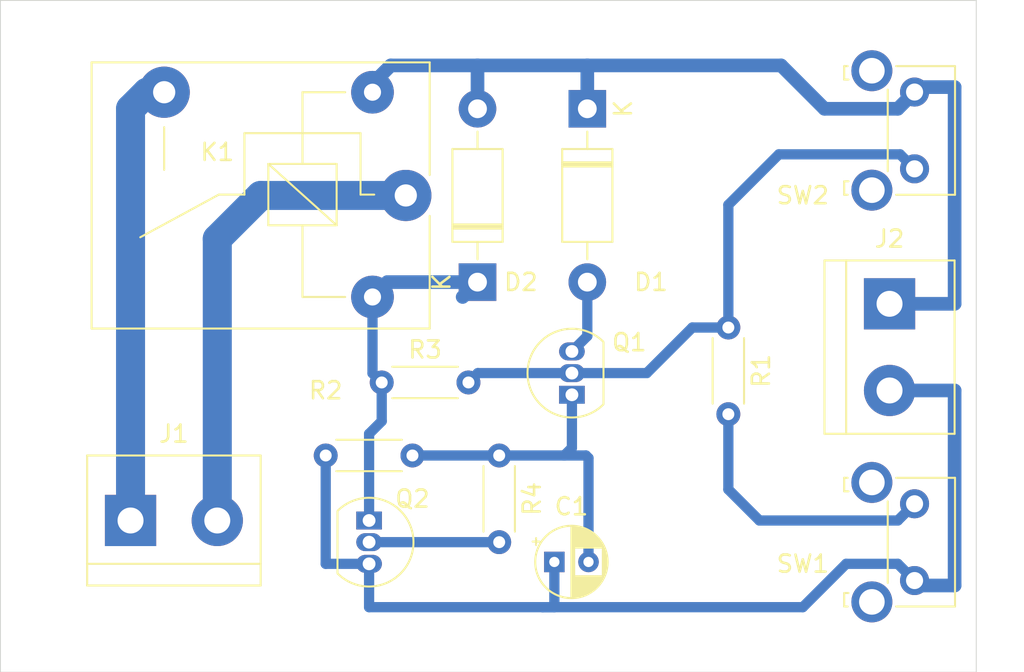
<source format=kicad_pcb>
(kicad_pcb (version 20211014) (generator pcbnew)
  (layers (0 "F.Cu" signal) (31 "B.Cu" signal) (34 "B.Paste" user) (35 "F.Paste" user) (36 "B.SilkS" user "B.Silkscreen") (37 "F.SilkS" user "F.Silkscreen") (38 "B.Mask" user) (39 "F.Mask" user) (44 "Edge.Cuts" user))
  (net 0 "")
  (net 1 "+9V")
  (net 2 "Net-(C1-Pad2)")
  (net 3 "GND")
  (net 4 "Net-(D1-Pad2)")
  (net 5 "Net-(D2-Pad1)")
  (net 6 "Net-(J1-Pad1)")
  (net 7 "Net-(J1-Pad2)")
  (net 8 "Net-(Q1-Pad2)")
  (net 9 "Net-(Q2-Pad2)")
  (net 10 "Net-(R1-Pad2)")
  (footprint "Resistor_THT:R_Axial_DIN0204_L3.6mm_D1.6mm_P5.08mm_Horizontal" (layer "F.Cu") (at 125.73 97.79 180)
    (fp_text reference "R2" (at 5.08 3.81) (layer "F.SilkS"))
    (fp_text value "10k")
    (fp_line (start 0.62 -0.92) (end 4.46 -0.92) (layer "F.SilkS") (width 0.12))
    (fp_line (start 0.62 0.92) (end 4.46 0.92) (layer "F.SilkS") (width 0.12))
    (pad "1" thru_hole circle (at 0 0 180) (size 1.4 1.4) (drill 0.7) (layers *.Cu *.Mask) (net 2 "Net-(C1-Pad2)"))
    (pad "2" thru_hole oval (at 5.08 0 180) (size 1.4 1.4) (drill 0.7) (layers *.Cu *.Mask) (net 1 "+9V"))
  )
  (footprint "Diode_THT:D_DO-41_SOD81_P10.16mm_Horizontal" (layer "F.Cu") (at 129.54 87.63 90)
    (fp_text reference "D2" (at 0 2.54 180) (layer "F.SilkS"))
    (fp_text value "1N4001")
    (fp_text user "K" (at 0 -2.1 90) (layer "F.SilkS"))
    (fp_line (start 7.8 -1.47) (end 2.36 -1.47) (layer "F.SilkS") (width 0.12))
    (fp_line (start 2.36 -1.47) (end 2.36 1.47) (layer "F.SilkS") (width 0.12))
    (fp_line (start 7.8 1.47) (end 7.8 -1.47) (layer "F.SilkS") (width 0.12))
    (fp_line (start 2.36 1.47) (end 7.8 1.47) (layer "F.SilkS") (width 0.12))
    (fp_line (start 3.26 -1.47) (end 3.26 1.47) (layer "F.SilkS") (width 0.12))
    (fp_line (start 3.38 -1.47) (end 3.38 1.47) (layer "F.SilkS") (width 0.12))
    (fp_line (start 8.82 0) (end 7.8 0) (layer "F.SilkS") (width 0.12))
    (fp_line (start 1.34 0) (end 2.36 0) (layer "F.SilkS") (width 0.12))
    (fp_line (start 3.14 -1.47) (end 3.14 1.47) (layer "F.SilkS") (width 0.12))
    (pad "1" thru_hole rect (at 0 0 90) (size 2.2 2.2) (drill 1.1) (layers *.Cu *.Mask) (net 5 "Net-(D2-Pad1)"))
    (pad "2" thru_hole oval (at 10.16 0 90) (size 2.2 2.2) (drill 1.1) (layers *.Cu *.Mask) (net 3 "GND"))
  )
  (footprint "Button_Switch_THT:SW_SPST_Omron_B3F-315x_Angled" (layer "F.Cu") (at 155.135 76.489999 -90)
    (fp_text reference "SW2" (at 6.060001 6.545 180) (layer "F.SilkS"))
    (fp_text value "SW_SPST")
    (fp_line (start 5.23 4.12) (end 5.23 3.87) (layer "F.SilkS") (width 0.12))
    (fp_line (start -1.52 -2.37) (end -1.52 1.08) (layer "F.SilkS") (width 0.12))
    (fp_line (start 6.02 4.12) (end 5.23 4.12) (layer "F.SilkS") (width 0.12))
    (fp_line (start -0.73 4.12) (end -1.52 4.12) (layer "F.SilkS") (width 0.12))
    (fp_line (start 6.02 -2.37) (end -1.52 -2.37) (layer "F.SilkS") (width 0.12))
    (fp_line (start 6.02 1.08) (end 6.02 -2.37) (layer "F.SilkS") (width 0.12))
    (fp_line (start -1.52 3.92) (end -1.52 4.12) (layer "F.SilkS") (width 0.12))
    (fp_line (start -0.73 4.12) (end -0.73 3.87) (layer "F.SilkS") (width 0.12))
    (fp_line (start 6.02 3.92) (end 6.02 4.12) (layer "F.SilkS") (width 0.12))
    (fp_line (start -0.14 1.57) (end 4.64 1.57) (layer "F.SilkS") (width 0.12))
    (pad "" thru_hole circle (at 5.75 2.5 90) (size 2.4 2.4) (drill 1.5) (layers *.Cu *.Mask))
    (pad "" thru_hole circle (at -1.25 2.5 90) (size 2.4 2.4) (drill 1.5) (layers *.Cu *.Mask))
    (pad "1" thru_hole circle (at 0 0 90) (size 1.7 1.7) (drill 1) (layers *.Cu *.Mask) (net 3 "GND"))
    (pad "2" thru_hole circle (at 4.5 0 90) (size 1.7 1.7) (drill 1) (layers *.Cu *.Mask) (net 8 "Net-(Q1-Pad2)"))
  )
  (footprint "Relay_THT:Relay_SPST_SANYOU_SRD_Series_Form_A" (layer "F.Cu") (at 125.34 82.55 180)
    (fp_text reference "K1" (at 11.04 2.54) (layer "F.SilkS"))
    (fp_text value "SANYOU_SRD_Form_A")
    (fp_line (start 6.05 -5.95) (end 3.55 -5.95) (layer "F.SilkS") (width 0.12))
    (fp_line (start 8.05 1.85) (end 4.05 1.85) (layer "F.SilkS") (width 0.12))
    (fp_line (start 3.55 6.05) (end 6.05 6.05) (layer "F.SilkS") (width 0.12))
    (fp_line (start 2.65 0.05) (end 1.85 0.05) (layer "F.SilkS") (width 0.12))
    (fp_line (start 18.4 7.8) (end -1.4 7.8) (layer "F.SilkS") (width 0.12))
    (fp_line (start -1.4 1.2) (end -1.4 7.8) (layer "F.SilkS") (width 0.12))
    (fp_line (start 6.05 1.85) (end 6.05 6.05) (layer "F.SilkS") (width 0.12))
    (fp_line (start 14.15 1.5) (end 14.15 4) (layer "F.SilkS") (width 0.12))
    (fp_line (start 9.45 3.65) (end 2.65 3.65) (layer "F.SilkS") (width 0.12))
    (fp_line (start 9.45 0.05) (end 9.45 3.65) (layer "F.SilkS") (width 0.12))
    (fp_line (start 8.05 -1.75) (end 8.05 1.85) (layer "F.SilkS") (width 0.12))
    (fp_line (start 2.65 0.05) (end 2.65 3.65) (layer "F.SilkS") (width 0.12))
    (fp_line (start 8.05 1.85) (end 4.05 -1.75) (layer "F.SilkS") (width 0.12))
    (fp_line (start -1.4 -7.8) (end -1.4 -1.2) (layer "F.SilkS") (width 0.12))
    (fp_line (start 10.95 0.05) (end 15.55 -2.45) (layer "F.SilkS") (width 0.12))
    (fp_line (start 6.05 -5.95) (end 6.05 -1.75) (layer "F.SilkS") (width 0.12))
    (fp_line (start 18.4 -7.8) (end 18.4 7.8) (layer "F.SilkS") (width 0.12))
    (fp_line (start 4.05 1.85) (end 4.05 -1.75) (layer "F.SilkS") (width 0.12))
    (fp_line (start 9.45 0.05) (end 10.95 0.05) (layer "F.SilkS") (width 0.12))
    (fp_line (start -1.4 -7.8) (end 18.4 -7.8) (layer "F.SilkS") (width 0.12))
    (fp_line (start 4.05 -1.75) (end 8.05 -1.75) (layer "F.SilkS") (width 0.12))
    (pad "1" thru_hole circle (at 0 0 270) (size 3 3) (drill 1.3) (layers *.Cu *.Mask) (net 7 "Net-(J1-Pad2)"))
    (pad "2" thru_hole circle (at 1.95 6.05 270) (size 2.5 2.5) (drill 1) (layers *.Cu *.Mask) (net 3 "GND"))
    (pad "3" thru_hole circle (at 14.15 6.05 270) (size 3 3) (drill 1.3) (layers *.Cu *.Mask) (net 6 "Net-(J1-Pad1)"))
    (pad "5" thru_hole circle (at 1.95 -5.95 270) (size 2.5 2.5) (drill 1) (layers *.Cu *.Mask) (net 5 "Net-(D2-Pad1)"))
  )
  (footprint "Diode_THT:D_DO-41_SOD81_P10.16mm_Horizontal" (layer "F.Cu") (at 135.97 77.47 -90)
    (fp_text reference "D1" (at 10.16 -3.73 180) (layer "F.SilkS"))
    (fp_text value "1N4001")
    (fp_text user "K" (at 0 -2.1 90) (layer "F.SilkS"))
    (fp_line (start 7.8 1.47) (end 7.8 -1.47) (layer "F.SilkS") (width 0.12))
    (fp_line (start 3.14 -1.47) (end 3.14 1.47) (layer "F.SilkS") (width 0.12))
    (fp_line (start 8.82 0) (end 7.8 0) (layer "F.SilkS") (width 0.12))
    (fp_line (start 2.36 -1.47) (end 2.36 1.47) (layer "F.SilkS") (width 0.12))
    (fp_line (start 7.8 -1.47) (end 2.36 -1.47) (layer "F.SilkS") (width 0.12))
    (fp_line (start 2.36 1.47) (end 7.8 1.47) (layer "F.SilkS") (width 0.12))
    (fp_line (start 3.38 -1.47) (end 3.38 1.47) (layer "F.SilkS") (width 0.12))
    (fp_line (start 1.34 0) (end 2.36 0) (layer "F.SilkS") (width 0.12))
    (fp_line (start 3.26 -1.47) (end 3.26 1.47) (layer "F.SilkS") (width 0.12))
    (pad "1" thru_hole rect (at 0 0 270) (size 2.2 2.2) (drill 1.1) (layers *.Cu *.Mask) (net 3 "GND"))
    (pad "2" thru_hole oval (at 10.16 0 270) (size 2.2 2.2) (drill 1.1) (layers *.Cu *.Mask) (net 4 "Net-(D1-Pad2)"))
  )
  (footprint "Package_TO_SOT_THT:TO-92_Inline" (layer "F.Cu") (at 135.068648 94.232117 90)
    (fp_text reference "Q1" (at 3.07 3.361352 180) (layer "F.SilkS"))
    (fp_text value "BC547")
    (fp_line (start -0.53 1.85) (end 3.07 1.85) (layer "F.SilkS") (width 0.12))
    (fp_arc (start -0.568478 1.838478) (mid -1.132087 -0.994977) (end 1.27 -2.6) (layer "F.SilkS") (width 0.12))
    (fp_arc (start 1.27 -2.6) (mid 3.672087 -0.994977) (end 3.108478 1.838478) (layer "F.SilkS") (width 0.12))
    (pad "1" thru_hole rect (at 0 0 90) (size 1.05 1.5) (drill 0.75) (layers *.Cu *.Mask) (net 2 "Net-(C1-Pad2)"))
    (pad "2" thru_hole oval (at 1.27 0 90) (size 1.05 1.5) (drill 0.75) (layers *.Cu *.Mask) (net 8 "Net-(Q1-Pad2)"))
    (pad "3" thru_hole oval (at 2.54 0 90) (size 1.05 1.5) (drill 0.75) (layers *.Cu *.Mask) (net 4 "Net-(D1-Pad2)"))
  )
  (footprint "Resistor_THT:R_Axial_DIN0204_L3.6mm_D1.6mm_P5.08mm_Horizontal" (layer "F.Cu") (at 144.23 90.29 -90)
    (fp_text reference "R1" (at 2.54 -1.92 90) (layer "F.SilkS"))
    (fp_text value "100k")
    (fp_line (start 0.62 0.92) (end 4.46 0.92) (layer "F.SilkS") (width 0.12))
    (fp_line (start 0.62 -0.92) (end 4.46 -0.92) (layer "F.SilkS") (width 0.12))
    (pad "1" thru_hole circle (at 0 0 270) (size 1.4 1.4) (drill 0.7) (layers *.Cu *.Mask) (net 8 "Net-(Q1-Pad2)"))
    (pad "2" thru_hole oval (at 5.08 0 270) (size 1.4 1.4) (drill 0.7) (layers *.Cu *.Mask) (net 10 "Net-(R1-Pad2)"))
  )
  (footprint "Capacitor_THT:CP_Radial_D4.0mm_P2.00mm" (layer "F.Cu") (at 134.04 104.03)
    (fp_text reference "C1" (at 1 -3.25) (layer "F.SilkS"))
    (fp_text value "25uf")
    (fp_line (start 2.081 0.84) (end 2.081 1.785) (layer "F.SilkS") (width 0.12))
    (fp_line (start 1.16 -2.074) (end 1.16 2.074) (layer "F.SilkS") (width 0.12))
    (fp_line (start 2.601 -1.351) (end 2.601 -0.84) (layer "F.SilkS") (width 0.12))
    (fp_line (start 2.601 0.84) (end 2.601 1.351) (layer "F.SilkS") (width 0.12))
    (fp_line (start 2.761 -1.142) (end 2.761 -0.84) (layer "F.SilkS") (width 0.12))
    (fp_line (start 1.2 0.84) (end 1.2 2.071) (layer "F.SilkS") (width 0.12))
    (fp_line (start 1.44 0.84) (end 1.44 2.034) (layer "F.SilkS") (width 0.12))
    (fp_line (start 2.361 -1.587) (end 2.361 -0.84) (layer "F.SilkS") (width 0.12))
    (fp_line (start 1.961 0.84) (end 1.961 1.851) (layer "F.SilkS") (width 0.12))
    (fp_line (start 1.4 0.84) (end 1.4 2.042) (layer "F.SilkS") (width 0.12))
    (fp_line (start 2.721 0.84) (end 2.721 1.2) (layer "F.SilkS") (width 0.12))
    (fp_line (start 1.761 -1.94) (end 1.761 -0.84) (layer "F.SilkS") (width 0.12))
    (fp_line (start -1.269801 -1.195) (end -0.869801 -1.195) (layer "F.SilkS") (width 0.12))
    (fp_line (start 1.841 -1.907) (end 1.841 -0.84) (layer "F.SilkS") (width 0.12))
    (fp_line (start 2.241 -1.68) (end 2.241 -0.84) (layer "F.SilkS") (width 0.12))
    (fp_line (start 1.68 0.84) (end 1.68 1.968) (layer "F.SilkS") (width 0.12))
    (fp_line (start 1.48 0.84) (end 1.48 2.025) (layer "F.SilkS") (width 0.12))
    (fp_line (start 2.201 -1.708) (end 2.201 -0.84) (layer "F.SilkS") (width 0.12))
    (fp_line (start 1.28 0.84) (end 1.28 2.062) (layer "F.SilkS") (width 0.12))
    (fp_line (start 2.121 0.84) (end 2.121 1.76) (layer "F.SilkS") (width 0.12))
    (fp_line (start 1.32 -2.056) (end 1.32 -0.84) (layer "F.SilkS") (width 0.12))
    (fp_line (start 1.801 -1.924) (end 1.801 -0.84) (layer "F.SilkS") (width 0.12))
    (fp_line (start 2.641 -1.304) (end 2.641 -0.84) (layer "F.SilkS") (width 0.12))
    (fp_line (start 2.481 -1.478) (end 2.481 -0.84) (layer "F.SilkS") (width 0.12))
    (fp_line (start 1.64 0.84) (end 1.64 1.982) (layer "F.SilkS") (width 0.12))
    (fp_line (start 1.56 0.84) (end 1.56 2.005) (layer "F.SilkS") (width 0.12))
    (fp_line (start 2.121 -1.76) (end 2.121 -0.84) (layer "F.SilkS") (width 0.12))
    (fp_line (start 2.161 -1.735) (end 2.161 -0.84) (layer "F.SilkS") (width 0.12))
    (fp_line (start 1.12 -2.077) (end 1.12 2.077) (layer "F.SilkS") (width 0.12))
    (fp_line (start 2.361 0.84) (end 2.361 1.587) (layer "F.SilkS") (width 0.12))
    (fp_line (start 1.24 -2.067) (end 1.24 -0.84) (layer "F.SilkS") (width 0.12))
    (fp_line (start 1.52 0.84) (end 1.52 2.016) (layer "F.SilkS") (width 0.12))
    (fp_line (start 2.401 0.84) (end 2.401 1.552) (layer "F.SilkS") (width 0.12))
    (fp_line (start 1.6 -1.994) (end 1.6 -0.84) (layer "F.SilkS") (width 0.12))
    (fp_line (start 2.561 0.84) (end 2.561 1.396) (layer "F.SilkS") (width 0.12))
    (fp_line (start 1.68 -1.968) (end 1.68 -0.84) (layer "F.SilkS") (width 0.12))
    (fp_line (start 2.001 0.84) (end 2.001 1.83) (layer "F.SilkS") (width 0.12))
    (fp_line (start 2.321 0.84) (end 2.321 1.619) (layer "F.SilkS") (width 0.12))
    (fp_line (start 1.24 0.84) (end 1.24 2.067) (layer "F.SilkS") (width 0.12))
    (fp_line (start 2.921 -0.859) (end 2.921 0.859) (layer "F.SilkS") (width 0.12))
    (fp_line (start 2.401 -1.552) (end 2.401 -0.84) (layer "F.SilkS") (width 0.12))
    (fp_line (start 1.36 0.84) (end 1.36 2.05) (layer "F.SilkS") (width 0.12))
    (fp_line (start 1.32 0.84) (end 1.32 2.056) (layer "F.SilkS") (width 0.12))
    (fp_line (start 1.801 0.84) (end 1.801 1.924) (layer "F.SilkS") (width 0.12))
    (fp_line (start 1.6 0.84) (end 1.6 1.994) (layer "F.SilkS") (width 0.12))
    (fp_line (start 1.841 0.84) (end 1.841 1.907) (layer "F.SilkS") (width 0.12))
    (fp_line (start 1.64 -1.982) (end 1.64 -0.84) (layer "F.SilkS") (width 0.12))
    (fp_line (start 1.921 0.84) (end 1.921 1.87) (layer "F.SilkS") (width 0.12))
    (fp_line (start 1.961 -1.851) (end 1.961 -0.84) (layer "F.SilkS") (width 0.12))
    (fp_line (start 2.961 -0.768) (end 2.961 0.768) (layer "F.SilkS") (width 0.12))
    (fp_line (start 2.241 0.84) (end 2.241 1.68) (layer "F.SilkS") (width 0.12))
    (fp_line (start 3.041 -0.537) (end 3.041 0.537) (layer "F.SilkS") (width 0.12))
    (fp_line (start 1.44 -2.034) (end 1.44 -0.84) (layer "F.SilkS") (width 0.12))
    (fp_line (start 2.681 0.84) (end 2.681 1.254) (layer "F.SilkS") (width 0.12))
    (fp_line (start 1.2 -2.071) (end 1.2 -0.84) (layer "F.SilkS") (width 0.12))
    (fp_line (start 1.881 -1.889) (end 1.881 -0.84) (layer "F.SilkS") (width 0.12))
    (fp_line (start 1.56 -2.005) (end 1.56 -0.84) (layer "F.SilkS") (width 0.12))
    (fp_line (start 2.441 0.84) (end 2.441 1.516) (layer "F.SilkS") (width 0.12))
    (fp_line (start 1.761 0.84) (end 1.761 1.94) (layer "F.SilkS") (width 0.12))
    (fp_line (start 1.721 -1.954) (end 1.721 -0.84) (layer "F.SilkS") (width 0.12))
    (fp_line (start 2.441 -1.516) (end 2.441 -0.84) (layer "F.SilkS") (width 0.12))
    (fp_line (start 1.36 -2.05) (end 1.36 -0.84) (layer "F.SilkS") (width 0.12))
    (fp_line (start 2.081 -1.785) (end 2.081 -0.84) (layer "F.SilkS") (width 0.12))
    (fp_line (start 2.801 -1.08) (end 2.801 -0.84) (layer "F.SilkS") (width 0.12))
    (fp_line (start 2.041 -1.808) (end 2.041 -0.84) (layer "F.SilkS") (width 0.12))
    (fp_line (start 2.681 -1.254) (end 2.681 -0.84) (layer "F.SilkS") (width 0.12))
    (fp_line (start 2.281 0.84) (end 2.281 1.65) (layer "F.SilkS") (width 0.12))
    (fp_line (start 2.521 0.84) (end 2.521 1.438) (layer "F.SilkS") (width 0.12))
    (fp_line (start 2.201 0.84) (end 2.201 1.708) (layer "F.SilkS") (width 0.12))
    (fp_line (start 1.881 0.84) (end 1.881 1.889) (layer "F.SilkS") (width 0.12))
    (fp_line (start 1.04 -2.08) (end 1.04 2.08) (layer "F.SilkS") (width 0.12))
    (fp_line (start 1.4 -2.042) (end 1.4 -0.84) (layer "F.SilkS") (width 0.12))
    (fp_line (start 1.48 -2.025) (end 1.48 -0.84) (layer "F.SilkS") (width 0.12))
    (fp_line (start 2.841 -1.013) (end 2.841 1.013) (layer "F.SilkS") (width 0.12))
    (fp_line (start 1.08 -2.079) (end 1.08 2.079) (layer "F.SilkS") (width 0.12))
    (fp_line (start 1 -2.08) (end 1 2.08) (layer "F.SilkS") (width 0.12))
    (fp_line (start 2.161 0.84) (end 2.161 1.735) (layer "F.SilkS") (width 0.12))
    (fp_line (start 2.481 0.84) (end 2.481 1.478) (layer "F.SilkS") (width 0.12))
    (fp_line (start 1.52 -2.016) (end 1.52 -0.84) (layer "F.SilkS") (width 0.12))
    (fp_line (start 1.28 -2.062) (end 1.28 -0.84) (layer "F.SilkS") (width 0.12))
    (fp_line (start 2.561 -1.396) (end 2.561 -0.84) (layer "F.SilkS") (width 0.12))
    (fp_line (start 2.761 0.84) (end 2.761 1.142) (layer "F.SilkS") (width 0.12))
    (fp_line (start 2.321 -1.619) (end 2.321 -0.84) (layer "F.SilkS") (width 0.12))
    (fp_line (start 1.721 0.84) (end 1.721 1.954) (layer "F.SilkS") (width 0.12))
    (fp_line (start 2.001 -1.83) (end 2.001 -0.84) (layer "F.SilkS") (width 0.12))
    (fp_line (start 2.521 -1.438) (end 2.521 -0.84) (layer "F.SilkS") (width 0.12))
    (fp_line (start 3.001 -0.664) (end 3.001 0.664) (layer "F.SilkS") (width 0.12))
    (fp_line (start 2.641 0.84) (end 2.641 1.304) (layer "F.SilkS") (width 0.12))
    (fp_line (start 1.921 -1.87) (end 1.921 -0.84) (layer "F.SilkS") (width 0.12))
    (fp_line (start 2.881 -0.94) (end 2.881 0.94) (layer "F.SilkS") (width 0.12))
    (fp_line (start 3.081 -0.37) (end 3.081 0.37) (layer "F.SilkS") (width 0.12))
    (fp_line (start 2.281 -1.65) (end 2.281 -0.84) (layer "F.SilkS") (width 0.12))
    (fp_line (start 2.041 0.84) (end 2.041 1.808) (layer "F.SilkS") (width 0.12))
    (fp_line (start -1.069801 -1.395) (end -1.069801 -0.995) (layer "F.SilkS") (width 0.12))
    (fp_line (start 2.721 -1.2) (end 2.721 -0.84) (layer "F.SilkS") (width 0.12))
    (fp_line (start 2.801 0.84) (end 2.801 1.08) (layer "F.SilkS") (width 0.12))
    (fp_circle (center 1 0) (end 3.12 0) (layer "F.SilkS") (width 0.12) (fill none))
    (pad "1" thru_hole rect (at 0 0) (size 1.2 1.2) (drill 0.6) (layers *.Cu *.Mask) (net 1 "+9V"))
    (pad "2" thru_hole circle (at 2 0) (size 1.2 1.2) (drill 0.6) (layers *.Cu *.Mask) (net 2 "Net-(C1-Pad2)"))
  )
  (footprint "Button_Switch_THT:SW_SPST_Omron_B3F-315x_Angled" (layer "F.Cu") (at 155.135 100.619998 -90)
    (fp_text reference "SW1" (at 3.520002 6.545 180) (layer "F.SilkS"))
    (fp_text value "SW_SPST")
    (fp_line (start 6.02 1.08) (end 6.02 -2.37) (layer "F.SilkS") (width 0.12))
    (fp_line (start 5.23 4.12) (end 5.23 3.87) (layer "F.SilkS") (width 0.12))
    (fp_line (start 6.02 -2.37) (end -1.52 -2.37) (layer "F.SilkS") (width 0.12))
    (fp_line (start -1.52 3.92) (end -1.52 4.12) (layer "F.SilkS") (width 0.12))
    (fp_line (start -0.14 1.57) (end 4.64 1.57) (layer "F.SilkS") (width 0.12))
    (fp_line (start -1.52 -2.37) (end -1.52 1.08) (layer "F.SilkS") (width 0.12))
    (fp_line (start 6.02 3.92) (end 6.02 4.12) (layer "F.SilkS") (width 0.12))
    (fp_line (start 6.02 4.12) (end 5.23 4.12) (layer "F.SilkS") (width 0.12))
    (fp_line (start -0.73 4.12) (end -0.73 3.87) (layer "F.SilkS") (width 0.12))
    (fp_line (start -0.73 4.12) (end -1.52 4.12) (layer "F.SilkS") (width 0.12))
    (pad "" thru_hole circle (at -1.25 2.5 90) (size 2.4 2.4) (drill 1.5) (layers *.Cu *.Mask))
    (pad "" thru_hole circle (at 5.75 2.5 90) (size 2.4 2.4) (drill 1.5) (layers *.Cu *.Mask))
    (pad "1" thru_hole circle (at 0 0 90) (size 1.7 1.7) (drill 1) (layers *.Cu *.Mask) (net 10 "Net-(R1-Pad2)"))
    (pad "2" thru_hole circle (at 4.5 0 90) (size 1.7 1.7) (drill 1) (layers *.Cu *.Mask) (net 1 "+9V"))
  )
  (footprint "TerminalBlock:TerminalBlock_bornier-2_P5.08mm" (layer "F.Cu") (at 109.22 101.6)
    (fp_text reference "J1" (at 2.54 -5.08) (layer "F.SilkS"))
    (fp_text value "Load")
    (fp_line (start -2.54 3.81) (end 7.62 3.81) (layer "F.SilkS") (width 0.12))
    (fp_line (start 7.62 -3.81) (end -2.54 -3.81) (layer "F.SilkS") (width 0.12))
    (fp_line (start 7.62 2.54) (end -2.54 2.54) (layer "F.SilkS") (width 0.12))
    (fp_line (start 7.62 3.81) (end 7.62 -3.81) (layer "F.SilkS") (width 0.12))
    (fp_line (start -2.54 -3.81) (end -2.54 3.81) (layer "F.SilkS") (width 0.12))
    (pad "1" thru_hole rect (at 0 0) (size 3 3) (drill 1.52) (layers *.Cu *.Mask) (net 6 "Net-(J1-Pad1)"))
    (pad "2" thru_hole circle (at 5.08 0) (size 3 3) (drill 1.52) (layers *.Cu *.Mask) (net 7 "Net-(J1-Pad2)"))
  )
  (footprint "TerminalBlock:TerminalBlock_bornier-2_P5.08mm" (layer "F.Cu") (at 153.67 88.9 -90)
    (fp_text reference "J2" (at -3.81 0 180) (layer "F.SilkS"))
    (fp_text value "DC")
    (fp_line (start -2.54 -3.81) (end -2.54 3.81) (layer "F.SilkS") (width 0.12))
    (fp_line (start 7.62 -3.81) (end -2.54 -3.81) (layer "F.SilkS") (width 0.12))
    (fp_line (start 7.62 2.54) (end -2.54 2.54) (layer "F.SilkS") (width 0.12))
    (fp_line (start 7.62 3.81) (end 7.62 -3.81) (layer "F.SilkS") (width 0.12))
    (fp_line (start -2.54 3.81) (end 7.62 3.81) (layer "F.SilkS") (width 0.12))
    (pad "1" thru_hole rect (at 0 0 270) (size 3 3) (drill 1.52) (layers *.Cu *.Mask) (net 3 "GND"))
    (pad "2" thru_hole circle (at 5.08 0 270) (size 3 3) (drill 1.52) (layers *.Cu *.Mask) (net 1 "+9V"))
  )
  (footprint "Resistor_THT:R_Axial_DIN0204_L3.6mm_D1.6mm_P5.08mm_Horizontal" (layer "F.Cu") (at 130.81 97.79 -90)
    (fp_text reference "R4" (at 2.54 -1.92 90) (layer "F.SilkS"))
    (fp_text value "10k")
    (fp_line (start 0.62 -0.92) (end 4.46 -0.92) (layer "F.SilkS") (width 0.12))
    (fp_line (start 0.62 0.92) (end 4.46 0.92) (layer "F.SilkS") (width 0.12))
    (pad "1" thru_hole circle (at 0 0 270) (size 1.4 1.4) (drill 0.7) (layers *.Cu *.Mask) (net 2 "Net-(C1-Pad2)"))
    (pad "2" thru_hole oval (at 5.08 0 270) (size 1.4 1.4) (drill 0.7) (layers *.Cu *.Mask) (net 9 "Net-(Q2-Pad2)"))
  )
  (footprint "Package_TO_SOT_THT:TO-92_Inline" (layer "F.Cu") (at 123.19 101.6 -90)
    (fp_text reference "Q2" (at -1.27 -2.54 180) (layer "F.SilkS"))
    (fp_text value "BC557")
    (fp_line (start -0.53 1.85) (end 3.07 1.85) (layer "F.SilkS") (width 0.12))
    (fp_arc (start 1.27 -2.6) (mid 3.672087 -0.994977) (end 3.108478 1.838478) (layer "F.SilkS") (width 0.12))
    (fp_arc (start -0.568478 1.838478) (mid -1.132087 -0.994977) (end 1.27 -2.6) (layer "F.SilkS") (width 0.12))
    (pad "1" thru_hole rect (at 0 0 270) (size 1.05 1.5) (drill 0.75) (layers *.Cu *.Mask) (net 5 "Net-(D2-Pad1)"))
    (pad "2" thru_hole oval (at 1.27 0 270) (size 1.05 1.5) (drill 0.75) (layers *.Cu *.Mask) (net 9 "Net-(Q2-Pad2)"))
    (pad "3" thru_hole oval (at 2.54 0 270) (size 1.05 1.5) (drill 0.75) (layers *.Cu *.Mask) (net 1 "+9V"))
  )
  (footprint "Resistor_THT:R_Axial_DIN0204_L3.6mm_D1.6mm_P5.08mm_Horizontal" (layer "F.Cu") (at 123.93 93.51)
    (fp_text reference "R3" (at 2.54 -1.92) (layer "F.SilkS"))
    (fp_text value "100K")
    (fp_line (start 0.62 -0.92) (end 4.46 -0.92) (layer "F.SilkS") (width 0.12))
    (fp_line (start 0.62 0.92) (end 4.46 0.92) (layer "F.SilkS") (width 0.12))
    (pad "1" thru_hole circle (at 0 0) (size 1.4 1.4) (drill 0.7) (layers *.Cu *.Mask) (net 5 "Net-(D2-Pad1)"))
    (pad "2" thru_hole oval (at 5.08 0) (size 1.4 1.4) (drill 0.7) (layers *.Cu *.Mask) (net 8 "Net-(Q1-Pad2)"))
  )
  (gr_line (start 158.75 71.12) (end 158.75 110.49) (layer "Edge.Cuts") (width 0.05))
  (gr_line (start 101.6 71.12) (end 158.75 71.12) (layer "Edge.Cuts") (width 0.05))
  (gr_line (start 158.75 110.49) (end 101.6 110.49) (layer "Edge.Cuts") (width 0.05))
  (gr_line (start 101.6 110.49) (end 101.6 71.12) (layer "Edge.Cuts") (width 0.05))
  (segment (start 157.48 105.41) (end 155.425002 105.41) (width 0.8) (layer "B.Cu") (net 1))
  (segment (start 155.425002 105.41) (end 155.135 105.119998) (width 0.8) (layer "B.Cu") (net 1))
  (segment (start 133.35 106.68) (end 134.04 106.68) (width 0.6) (layer "B.Cu") (net 1))
  (segment (start 120.65 97.79) (end 120.65 104.14) (width 0.6) (layer "B.Cu") (net 1))
  (segment (start 123.19 104.14) (end 123.19 106.68) (width 0.6) (layer "B.Cu") (net 1))
  (segment (start 123.19 106.68) (end 133.35 106.68) (width 0.6) (layer "B.Cu") (net 1))
  (segment (start 157.48 93.98) (end 157.48 105.41) (width 0.8) (layer "B.Cu") (net 1))
  (segment (start 120.65 104.14) (end 123.19 104.14) (width 0.6) (layer "B.Cu") (net 1))
  (segment (start 153.67 93.98) (end 157.48 93.98) (width 0.8) (layer "B.Cu") (net 1))
  (segment (start 148.59 106.68) (end 133.35 106.68) (width 0.6) (layer "B.Cu") (net 1))
  (segment (start 151.13 104.14) (end 148.59 106.68) (width 0.6) (layer "B.Cu") (net 1))
  (segment (start 154.155002 104.14) (end 155.135 105.119998) (width 0.6) (layer "B.Cu") (net 1))
  (segment (start 134.04 106.68) (end 134.04 104.03) (width 0.6) (layer "B.Cu") (net 1))
  (segment (start 151.13 104.14) (end 154.155002 104.14) (width 0.6) (layer "B.Cu") (net 1))
  (segment (start 125.73 97.79) (end 130.81 97.79) (width 0.6) (layer "B.Cu") (net 2))
  (segment (start 134.62 97.79) (end 130.81 97.79) (width 0.6) (layer "B.Cu") (net 2))
  (segment (start 135.068648 94.232117) (end 135.068648 97.341352) (width 0.6) (layer "B.Cu") (net 2))
  (segment (start 135.89 97.79) (end 136.04 97.94) (width 0.6) (layer "B.Cu") (net 2))
  (segment (start 134.62 97.79) (end 135.89 97.79) (width 0.6) (layer "B.Cu") (net 2))
  (segment (start 135.068648 97.341352) (end 134.62 97.79) (width 0.6) (layer "B.Cu") (net 2))
  (segment (start 136.04 97.94) (end 136.04 104.03) (width 0.6) (layer "B.Cu") (net 2))
  (segment (start 149.86 77.47) (end 154.154999 77.47) (width 0.8) (layer "B.Cu") (net 3))
  (segment (start 135.97 74.93) (end 129.54 74.93) (width 0.8) (layer "B.Cu") (net 3))
  (segment (start 154.154999 77.47) (end 155.135 76.489999) (width 0.8) (layer "B.Cu") (net 3))
  (segment (start 155.424999 76.2) (end 157.48 76.2) (width 0.8) (layer "B.Cu") (net 3))
  (segment (start 157.48 76.2) (end 157.48 88.9) (width 0.8) (layer "B.Cu") (net 3))
  (segment (start 135.97 74.93) (end 147.32 74.93) (width 0.8) (layer "B.Cu") (net 3))
  (segment (start 129.54 77.47) (end 129.54 74.93) (width 0.8) (layer "B.Cu") (net 3))
  (segment (start 155.135 76.489999) (end 155.424999 76.2) (width 0.8) (layer "B.Cu") (net 3))
  (segment (start 135.97 77.47) (end 135.97 74.93) (width 0.8) (layer "B.Cu") (net 3))
  (segment (start 157.48 88.9) (end 153.67 88.9) (width 0.8) (layer "B.Cu") (net 3))
  (segment (start 147.32 74.93) (end 149.86 77.47) (width 0.8) (layer "B.Cu") (net 3))
  (segment (start 129.54 74.93) (end 124.46 74.93) (width 0.8) (layer "B.Cu") (net 3))
  (segment (start 123.39 76) (end 123.39 76.5) (width 0.8) (layer "B.Cu") (net 3))
  (segment (start 124.46 74.93) (end 123.39 76) (width 0.8) (layer "B.Cu") (net 3))
  (segment (start 135.97 87.63) (end 135.97 90.790765) (width 0.6) (layer "B.Cu") (net 4))
  (segment (start 135.97 90.790765) (end 135.068648 91.692117) (width 0.6) (layer "B.Cu") (net 4))
  (segment (start 123.39 92.97) (end 123.93 93.51) (width 0.6) (layer "B.Cu") (net 5))
  (segment (start 123.19 96.52) (end 123.19 101.6) (width 0.6) (layer "B.Cu") (net 5))
  (segment (start 128.67 88.5) (end 129.54 87.63) (width 0.8) (layer "B.Cu") (net 5))
  (segment (start 129.54 87.63) (end 124.26 87.63) (width 0.8) (layer "B.Cu") (net 5))
  (segment (start 123.93 95.78) (end 123.19 96.52) (width 0.6) (layer "B.Cu") (net 5))
  (segment (start 123.93 93.51) (end 123.93 95.78) (width 0.6) (layer "B.Cu") (net 5))
  (segment (start 124.26 87.63) (end 123.39 88.5) (width 0.8) (layer "B.Cu") (net 5))
  (segment (start 123.39 88.5) (end 123.39 92.97) (width 0.6) (layer "B.Cu") (net 5))
  (segment (start 109.22 77.47) (end 109.22 101.6) (width 1.7) (layer "B.Cu") (net 6))
  (segment (start 110.19 76.5) (end 109.22 77.47) (width 1.7) (layer "B.Cu") (net 6))
  (segment (start 111.19 76.5) (end 110.19 76.5) (width 1.7) (layer "B.Cu") (net 6))
  (segment (start 125.34 82.55) (end 116.84 82.55) (width 1.7) (layer "B.Cu") (net 7))
  (segment (start 116.84 82.55) (end 114.3 85.09) (width 1.7) (layer "B.Cu") (net 7))
  (segment (start 114.3 85.09) (end 114.3 101.6) (width 1.7) (layer "B.Cu") (net 7))
  (segment (start 154.285 80.139999) (end 155.135 80.989999) (width 0.6) (layer "B.Cu") (net 8))
  (segment (start 129.557883 92.962117) (end 129.01 93.51) (width 0.6) (layer "B.Cu") (net 8))
  (segment (start 139.447883 92.962117) (end 142.12 90.29) (width 0.6) (layer "B.Cu") (net 8))
  (segment (start 135.068648 92.962117) (end 129.557883 92.962117) (width 0.6) (layer "B.Cu") (net 8))
  (segment (start 135.068648 92.962117) (end 139.447883 92.962117) (width 0.6) (layer "B.Cu") (net 8))
  (segment (start 142.12 90.29) (end 144.23 90.29) (width 0.6) (layer "B.Cu") (net 8))
  (segment (start 144.23 83.1) (end 147.190001 80.139999) (width 0.6) (layer "B.Cu") (net 8))
  (segment (start 147.190001 80.139999) (end 154.285 80.139999) (width 0.6) (layer "B.Cu") (net 8))
  (segment (start 144.23 90.29) (end 144.23 83.1) (width 0.6) (layer "B.Cu") (net 8))
  (segment (start 123.19 102.87) (end 130.81 102.87) (width 0.6) (layer "B.Cu") (net 9))
  (segment (start 146.05 101.6) (end 154.154998 101.6) (width 0.6) (layer "B.Cu") (net 10))
  (segment (start 154.154998 101.6) (end 155.135 100.619998) (width 0.6) (layer "B.Cu") (net 10))
  (segment (start 144.23 95.37) (end 144.23 99.78) (width 0.6) (layer "B.Cu") (net 10))
  (segment (start 144.23 99.78) (end 146.05 101.6) (width 0.6) (layer "B.Cu") (net 10))
)
</source>
